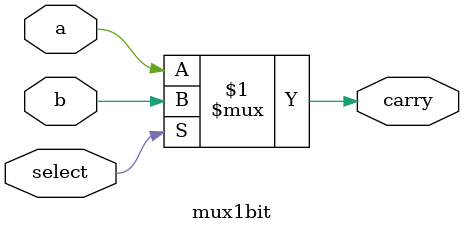
<source format=v>
`timescale 1ns / 1ns
module mux1bit(select, a, b, carry);

input		a, b, select; //declare inputs a, b and c_in, 1 bit each
output	carry; //declare outputs c_out and sum, 1 bit each

assign carry = select ? b:a;


endmodule

</source>
